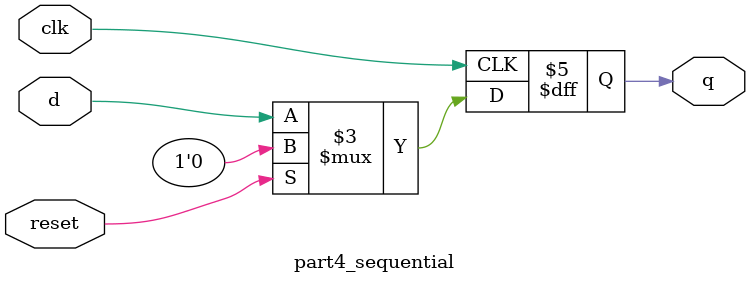
<source format=v>
module part4_sequential(
    input clk,
    input reset,
    input d,
    output reg q
);

always @(posedge clk) begin
    if (reset) begin
        q <= 1'b0;
    end else begin
        q <= d;
    end
end

endmodule

</source>
